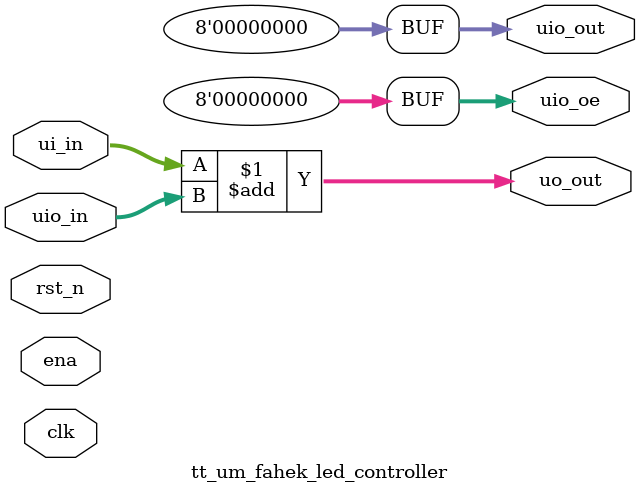
<source format=v>
/*
 * Copyright (c) 2023 Your Name
 * SPDX-License-Identifier: Apache-2.0
 */

`define default_netname none

module tt_um_fahek_led_controller (
    input  wire [7:0] ui_in,    // Dedicated inputs
    output wire [7:0] uo_out,   // Dedicated outputs
    input  wire [7:0] uio_in,   // IOs: Input path
    output wire [7:0] uio_out,  // IOs: Output path
    output wire [7:0] uio_oe,   // IOs: Enable path (active high: 0=input, 1=output)
    input  wire       ena,
    input  wire       clk,
    input  wire       rst_n
);

  // All output pins must be assigned. If not used, assign to 0.
  assign uo_out  = ui_in + uio_in;  // Example: ou_out is the sum of ui_in and uio_in
  assign uio_out = 0;
  assign uio_oe  = 0;

endmodule

</source>
